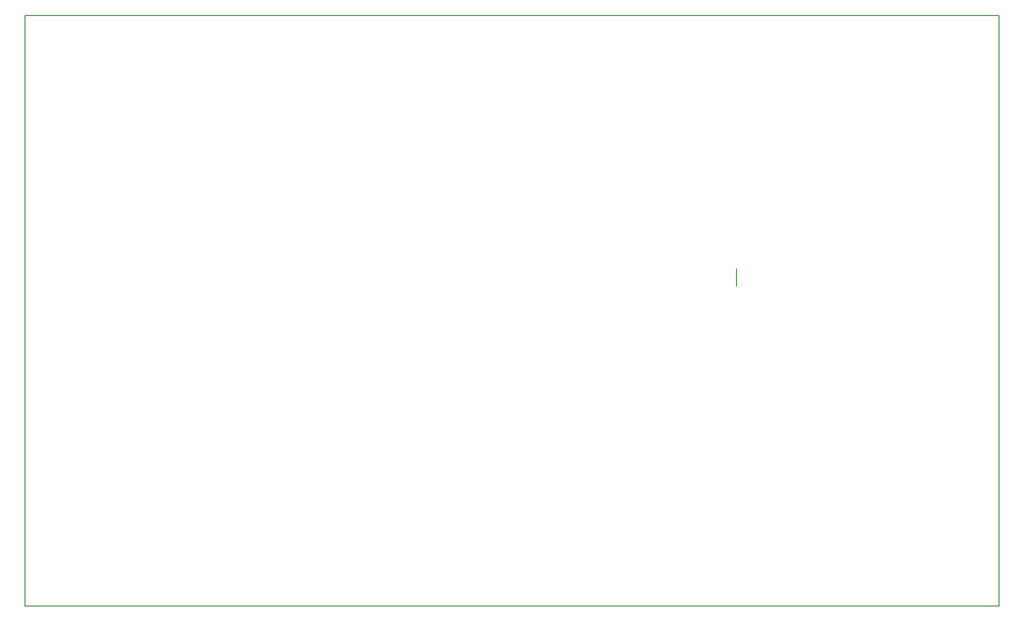
<source format=gbr>
G04 EAGLE Gerber RS-274X export*
G75*
%MOMM*%
%FSLAX34Y34*%
%LPD*%
%INSilkscreen Bottom*%
%IPPOS*%
%AMOC8*
5,1,8,0,0,1.08239X$1,22.5*%
G01*
%ADD10C,0.127000*%


D10*
X1650992Y80010D02*
X1650992Y1080010D01*
X992Y1080010D01*
X992Y80010D01*
X1650992Y80010D01*
X1206192Y621610D02*
X1206192Y651610D01*
M02*

</source>
